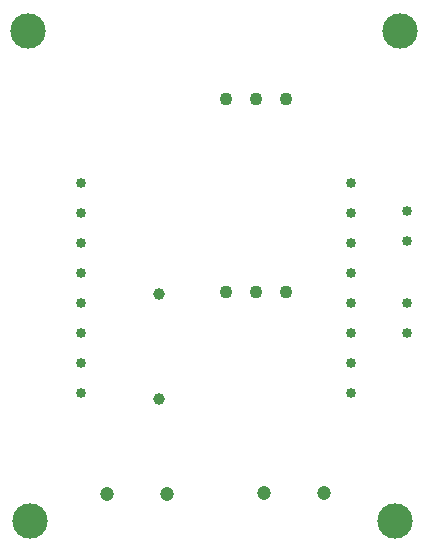
<source format=gbr>
%TF.GenerationSoftware,Altium Limited,Altium Designer,24.7.2 (38)*%
G04 Layer_Color=0*
%FSLAX45Y45*%
%MOMM*%
%TF.SameCoordinates,2370CFE6-064A-4C8F-A3BC-26C693B17082*%
%TF.FilePolarity,Positive*%
%TF.FileFunction,Plated,1,2,PTH,Drill*%
%TF.Part,Single*%
G01*
G75*
%TA.AperFunction,ComponentDrill*%
%ADD32C,0.85000*%
%ADD33C,1.20000*%
%ADD34C,1.10000*%
%ADD35C,1.00000*%
%TA.AperFunction,ViaDrill,NotFilled*%
%ADD36C,3.00000*%
D32*
X617500Y1435100D02*
D03*
Y1689100D02*
D03*
Y1943100D02*
D03*
Y2197100D02*
D03*
Y2451100D02*
D03*
Y2705100D02*
D03*
Y2959100D02*
D03*
Y3213100D02*
D03*
X2903500Y1435100D02*
D03*
Y1689100D02*
D03*
Y1943100D02*
D03*
Y2197100D02*
D03*
Y2451100D02*
D03*
Y2705100D02*
D03*
Y2959100D02*
D03*
Y3213100D02*
D03*
X3379400Y2971800D02*
D03*
Y2717800D02*
D03*
Y2197100D02*
D03*
Y1943100D02*
D03*
D33*
X2674900Y584200D02*
D03*
X2166900D02*
D03*
X1350000Y580000D02*
D03*
X842000D02*
D03*
D34*
X2354000Y3924300D02*
D03*
X2100000D02*
D03*
X1846000D02*
D03*
X2354000Y2286000D02*
D03*
X2100000D02*
D03*
X1846000D02*
D03*
D35*
X1277900Y1384800D02*
D03*
Y2272800D02*
D03*
D36*
X3320000Y4500000D02*
D03*
X3280000Y350000D02*
D03*
X190000D02*
D03*
X170000Y4500000D02*
D03*
%TF.MD5,059611014c0cb83f4364895f78f16ecb*%
M02*

</source>
